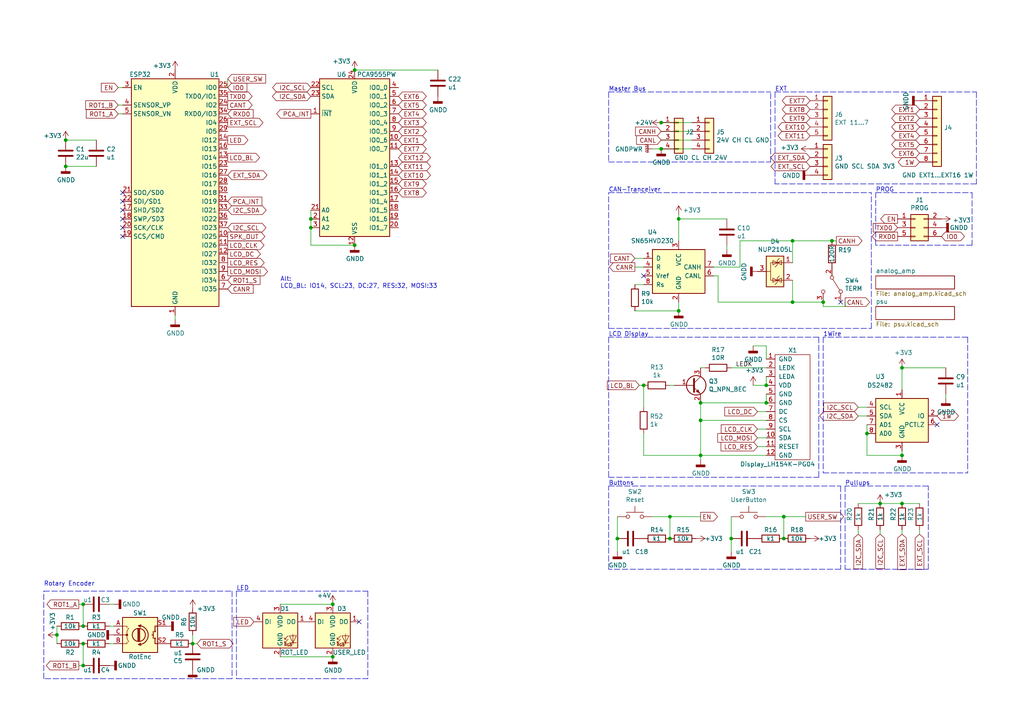
<source format=kicad_sch>
(kicad_sch (version 20211123) (generator eeschema)
  (paper "A4")
  (lib_symbols
    (symbol "Connector_Generic:Conn_01x04" (pin_names (offset 1.016) hide)
      (property "Reference" "J" (at 0 5.08 0))
      (property "Value" "Conn_01x04" (at 0 -7.62 0))
      (symbol "Conn_01x04_1_1"
        (pin passive line (at -5.08 2.54 0) (length 3.81) (name "Pin_1") (number "1"))
        (pin passive line (at -5.08 0 0) (length 3.81) (name "Pin_2") (number "2"))
        (pin passive line (at -5.08 -2.54 0) (length 3.81) (name "Pin_3") (number "3"))
        (pin passive line (at -5.08 -5.08 0) (length 3.81) (name "Pin_4") (number "4"))
      )
    )
    (symbol "Connector_Generic:Conn_01x05" (pin_names (offset 1.016) hide)
      (property "Reference" "J" (at 0 7.62 0))
      (property "Value" "Conn_01x05" (at 0 -7.62 0))
      (symbol "Conn_01x05_1_1"
        (pin passive line (at -5.08 5.08 0) (length 3.81) (name "Pin_1") (number "1"))
        (pin passive line (at -5.08 2.54 0) (length 3.81) (name "Pin_2") (number "2"))
        (pin passive line (at -5.08 0 0) (length 3.81) (name "Pin_3") (number "3"))
        (pin passive line (at -5.08 -2.54 0) (length 3.81) (name "Pin_4") (number "4"))
        (pin passive line (at -5.08 -5.08 0) (length 3.81) (name "Pin_5") (number "5"))
      )
    )
    (symbol "Connector_Generic:Conn_01x08" (pin_names (offset 1.016) hide)
      (property "Reference" "J" (at 0 10.16 0))
      (property "Value" "Conn_01x08" (at 0 -12.7 0))
      (symbol "Conn_01x08_1_1"
        (pin passive line (at -5.08 7.62 0) (length 3.81) (name "Pin_1") (number "1"))
        (pin passive line (at -5.08 5.08 0) (length 3.81) (name "Pin_2") (number "2"))
        (pin passive line (at -5.08 2.54 0) (length 3.81) (name "Pin_3") (number "3"))
        (pin passive line (at -5.08 0 0) (length 3.81) (name "Pin_4") (number "4"))
        (pin passive line (at -5.08 -2.54 0) (length 3.81) (name "Pin_5") (number "5"))
        (pin passive line (at -5.08 -5.08 0) (length 3.81) (name "Pin_6") (number "6"))
        (pin passive line (at -5.08 -7.62 0) (length 3.81) (name "Pin_7") (number "7"))
        (pin passive line (at -5.08 -10.16 0) (length 3.81) (name "Pin_8") (number "8"))
      )
    )
    (symbol "Connector_Generic:Conn_02x03_Odd_Even" (pin_names (offset 1.016) hide)
      (property "Reference" "J" (at 1.27 5.08 0))
      (property "Value" "Conn_02x03_Odd_Even" (at 1.27 -5.08 0))
      (symbol "Conn_02x03_Odd_Even_1_1"
        (pin passive line (at -5.08 2.54 0) (length 3.81) (name "Pin_1") (number "1"))
        (pin passive line (at 7.62 2.54 180) (length 3.81) (name "Pin_2") (number "2"))
        (pin passive line (at -5.08 0 0) (length 3.81) (name "Pin_3") (number "3"))
        (pin passive line (at 7.62 0 180) (length 3.81) (name "Pin_4") (number "4"))
        (pin passive line (at -5.08 -2.54 0) (length 3.81) (name "Pin_5") (number "5"))
        (pin passive line (at 7.62 -2.54 180) (length 3.81) (name "Pin_6") (number "6"))
      )
    )
    (symbol "Device:C" (pin_numbers hide) (pin_names (offset 0.254))
      (property "Reference" "C" (at 0.635 2.54 0))
      (property "Value" "C" (at 0.635 -2.54 0))
      (symbol "C_1_1"
        (pin passive line (at 0 3.81 270) (length 2.794) (name "~") (number "1"))
        (pin passive line (at 0 -3.81 90) (length 2.794) (name "~") (number "2"))
      )
    )
    (symbol "Device:Q_NPN_BEC" (pin_names (offset 0) hide)
      (property "Reference" "Q" (at 5.08 1.27 0))
      (property "Value" "Q_NPN_BEC" (at 5.08 -1.27 0))
      (symbol "Q_NPN_BEC_1_1"
        (pin input line (at -5.08 0 0) (length 5.715) (name "B") (number "1"))
        (pin passive line (at 2.54 -5.08 90) (length 2.54) (name "E") (number "2"))
        (pin passive line (at 2.54 5.08 270) (length 2.54) (name "C") (number "3"))
      )
    )
    (symbol "Device:R" (pin_numbers hide) (pin_names (offset 0))
      (property "Reference" "R" (at 2.032 0 90))
      (property "Value" "R" (at 0 0 90))
      (symbol "R_1_1"
        (pin passive line (at 0 3.81 270) (length 1.27) (name "~") (number "1"))
        (pin passive line (at 0 -3.81 90) (length 1.27) (name "~") (number "2"))
      )
    )
    (symbol "Interface_CAN_LIN:SN65HVD230" (pin_names (offset 1.016))
      (property "Reference" "U" (at -2.54 10.16 0))
      (property "Value" "SN65HVD230" (at -2.54 7.62 0))
      (symbol "SN65HVD230_1_1"
        (pin input line (at -10.16 2.54 0) (length 2.54) (name "D") (number "1"))
        (pin power_in line (at 0 -10.16 90) (length 2.54) (name "GND") (number "2"))
        (pin power_in line (at 0 7.62 270) (length 2.54) (name "VCC") (number "3"))
        (pin output line (at -10.16 0 0) (length 2.54) (name "R") (number "4"))
        (pin output line (at -10.16 -2.54 0) (length 2.54) (name "Vref") (number "5"))
        (pin bidirectional line (at 10.16 -2.54 180) (length 2.54) (name "CANL") (number "6"))
        (pin bidirectional line (at 10.16 0 180) (length 2.54) (name "CANH") (number "7"))
        (pin input line (at -10.16 -5.08 0) (length 2.54) (name "Rs") (number "8"))
      )
    )
    (symbol "Interface_Expansion:PCA9555PW"
      (property "Reference" "U" (at -8.89 24.13 0))
      (property "Value" "PCA9555PW" (at 6.35 24.13 0))
      (symbol "PCA9555PW_1_1"
        (pin open_collector line (at -12.7 12.7 0) (length 2.54) (name "~{INT}") (number "1"))
        (pin bidirectional line (at 12.7 5.08 180) (length 2.54) (name "IO0_6") (number "10"))
        (pin bidirectional line (at 12.7 2.54 180) (length 2.54) (name "IO0_7") (number "11"))
        (pin power_in line (at 0 -25.4 90) (length 2.54) (name "VSS") (number "12"))
        (pin bidirectional line (at 12.7 -2.54 180) (length 2.54) (name "IO1_0") (number "13"))
        (pin bidirectional line (at 12.7 -5.08 180) (length 2.54) (name "IO1_1") (number "14"))
        (pin bidirectional line (at 12.7 -7.62 180) (length 2.54) (name "IO1_2") (number "15"))
        (pin bidirectional line (at 12.7 -10.16 180) (length 2.54) (name "IO1_3") (number "16"))
        (pin bidirectional line (at 12.7 -12.7 180) (length 2.54) (name "IO1_4") (number "17"))
        (pin bidirectional line (at 12.7 -15.24 180) (length 2.54) (name "IO1_5") (number "18"))
        (pin bidirectional line (at 12.7 -17.78 180) (length 2.54) (name "IO1_6") (number "19"))
        (pin input line (at -12.7 -17.78 0) (length 2.54) (name "A1") (number "2"))
        (pin bidirectional line (at 12.7 -20.32 180) (length 2.54) (name "IO1_7") (number "20"))
        (pin input line (at -12.7 -15.24 0) (length 2.54) (name "A0") (number "21"))
        (pin input line (at -12.7 20.32 0) (length 2.54) (name "SCL") (number "22"))
        (pin bidirectional line (at -12.7 17.78 0) (length 2.54) (name "SDA") (number "23"))
        (pin power_in line (at 0 25.4 270) (length 2.54) (name "VDD") (number "24"))
        (pin input line (at -12.7 -20.32 0) (length 2.54) (name "A2") (number "3"))
        (pin bidirectional line (at 12.7 20.32 180) (length 2.54) (name "IO0_0") (number "4"))
        (pin bidirectional line (at 12.7 17.78 180) (length 2.54) (name "IO0_1") (number "5"))
        (pin bidirectional line (at 12.7 15.24 180) (length 2.54) (name "IO0_2") (number "6"))
        (pin bidirectional line (at 12.7 12.7 180) (length 2.54) (name "IO0_3") (number "7"))
        (pin bidirectional line (at 12.7 10.16 180) (length 2.54) (name "IO0_4") (number "8"))
        (pin bidirectional line (at 12.7 7.62 180) (length 2.54) (name "IO0_5") (number "9"))
      )
    )
    (symbol "LED:APA-106-F5"
      (property "Reference" "D" (at 5.08 5.715 0))
      (property "Value" "APA-106-F5" (at 1.27 -5.715 0))
      (symbol "APA-106-F5_0_0"
        (text "RGB" (at 2.286 -4.191 0) (effects (font (size 0.762 0.762))))
      )
      (symbol "APA-106-F5_1_1"
        (pin output line (at 7.62 2.54 180) (length 2.54) (name "DO") (number "1"))
        (pin power_in line (at 0 -7.62 90) (length 2.54) (name "GND") (number "2"))
        (pin power_in line (at 0 7.62 270) (length 2.54) (name "VDD") (number "3"))
        (pin input line (at -7.62 2.54 0) (length 2.54) (name "DI") (number "4"))
      )
    )
    (symbol "Power_Protection:NUP2105L" (pin_names hide)
      (property "Reference" "D" (at 5.715 2.54 0))
      (property "Value" "NUP2105L" (at 5.715 0.635 0))
      (symbol "NUP2105L_0_0"
        (pin passive line (at 0 -5.08 90) (length 2.54) (name "A") (number "3"))
      )
      (symbol "NUP2105L_1_1"
        (pin passive line (at -2.54 5.08 270) (length 2.54) (name "K") (number "1"))
        (pin passive line (at 2.54 5.08 270) (length 2.54) (name "K") (number "2"))
      )
    )
    (symbol "RF_Module:ESP32-WROOM-32D"
      (property "Reference" "U" (at -12.7 34.29 0))
      (property "Value" "ESP32-WROOM-32D" (at 1.27 34.29 0))
      (symbol "ESP32-WROOM-32D_1_1"
        (pin power_in line (at 0 -35.56 90) (length 2.54) (name "GND") (number "1"))
        (pin bidirectional line (at 15.24 -12.7 180) (length 2.54) (name "IO25") (number "10"))
        (pin bidirectional line (at 15.24 -15.24 180) (length 2.54) (name "IO26") (number "11"))
        (pin bidirectional line (at 15.24 -17.78 180) (length 2.54) (name "IO27") (number "12"))
        (pin bidirectional line (at 15.24 10.16 180) (length 2.54) (name "IO14") (number "13"))
        (pin bidirectional line (at 15.24 15.24 180) (length 2.54) (name "IO12") (number "14"))
        (pin passive line (at 0 -35.56 90) (length 2.54) hide (name "GND") (number "15"))
        (pin bidirectional line (at 15.24 12.7 180) (length 2.54) (name "IO13") (number "16"))
        (pin bidirectional line (at -15.24 -5.08 0) (length 2.54) (name "SHD/SD2") (number "17"))
        (pin bidirectional line (at -15.24 -7.62 0) (length 2.54) (name "SWP/SD3") (number "18"))
        (pin bidirectional line (at -15.24 -12.7 0) (length 2.54) (name "SCS/CMD") (number "19"))
        (pin power_in line (at 0 35.56 270) (length 2.54) (name "VDD") (number "2"))
        (pin bidirectional line (at -15.24 -10.16 0) (length 2.54) (name "SCK/CLK") (number "20"))
        (pin bidirectional line (at -15.24 0 0) (length 2.54) (name "SDO/SD0") (number "21"))
        (pin bidirectional line (at -15.24 -2.54 0) (length 2.54) (name "SDI/SD1") (number "22"))
        (pin bidirectional line (at 15.24 7.62 180) (length 2.54) (name "IO15") (number "23"))
        (pin bidirectional line (at 15.24 25.4 180) (length 2.54) (name "IO2") (number "24"))
        (pin bidirectional line (at 15.24 30.48 180) (length 2.54) (name "IO0") (number "25"))
        (pin bidirectional line (at 15.24 20.32 180) (length 2.54) (name "IO4") (number "26"))
        (pin bidirectional line (at 15.24 5.08 180) (length 2.54) (name "IO16") (number "27"))
        (pin bidirectional line (at 15.24 2.54 180) (length 2.54) (name "IO17") (number "28"))
        (pin bidirectional line (at 15.24 17.78 180) (length 2.54) (name "IO5") (number "29"))
        (pin input line (at -15.24 30.48 0) (length 2.54) (name "EN") (number "3"))
        (pin bidirectional line (at 15.24 0 180) (length 2.54) (name "IO18") (number "30"))
        (pin bidirectional line (at 15.24 -2.54 180) (length 2.54) (name "IO19") (number "31"))
        (pin no_connect line (at -12.7 -27.94 0) (length 2.54) hide (name "NC") (number "32"))
        (pin bidirectional line (at 15.24 -5.08 180) (length 2.54) (name "IO21") (number "33"))
        (pin bidirectional line (at 15.24 22.86 180) (length 2.54) (name "RXD0/IO3") (number "34"))
        (pin bidirectional line (at 15.24 27.94 180) (length 2.54) (name "TXD0/IO1") (number "35"))
        (pin bidirectional line (at 15.24 -7.62 180) (length 2.54) (name "IO22") (number "36"))
        (pin bidirectional line (at 15.24 -10.16 180) (length 2.54) (name "IO23") (number "37"))
        (pin passive line (at 0 -35.56 90) (length 2.54) hide (name "GND") (number "38"))
        (pin passive line (at 0 -35.56 90) (length 2.54) hide (name "GND") (number "39"))
        (pin input line (at -15.24 25.4 0) (length 2.54) (name "SENSOR_VP") (number "4"))
        (pin input line (at -15.24 22.86 0) (length 2.54) (name "SENSOR_VN") (number "5"))
        (pin input line (at 15.24 -25.4 180) (length 2.54) (name "IO34") (number "6"))
        (pin input line (at 15.24 -27.94 180) (length 2.54) (name "IO35") (number "7"))
        (pin bidirectional line (at 15.24 -20.32 180) (length 2.54) (name "IO32") (number "8"))
        (pin bidirectional line (at 15.24 -22.86 180) (length 2.54) (name "IO33") (number "9"))
      )
    )
    (symbol "Switch:SW_Push" (pin_numbers hide) (pin_names (offset 1.016) hide)
      (property "Reference" "SW" (at 1.27 2.54 0))
      (property "Value" "SW_Push" (at 0 -1.524 0))
      (symbol "SW_Push_0_1"
        (pin passive line (at -5.08 0 0) (length 2.54) (name "1") (number "1"))
        (pin passive line (at 5.08 0 180) (length 2.54) (name "2") (number "2"))
      )
    )
    (symbol "Switch:SW_SPDT" (pin_names (offset 0) hide)
      (property "Reference" "SW" (at 0 4.318 0))
      (property "Value" "SW_SPDT" (at 0 -5.08 0))
      (symbol "SW_SPDT_1_1"
        (pin passive line (at 5.08 2.54 180) (length 2.54) (name "A") (number "1"))
        (pin passive line (at -5.08 0 0) (length 2.54) (name "B") (number "2"))
        (pin passive line (at 5.08 -2.54 180) (length 2.54) (name "C") (number "3"))
      )
    )
    (symbol "liebler_OPTO:Display_LH154K-PG04" (pin_names (offset 1.016))
      (property "Reference" "X" (at 0 16.51 0))
      (property "Value" "Display_LH154K-PG04" (at -2.54 19.05 0))
      (symbol "Display_LH154K-PG04_1_1"
        (pin power_in line (at -7.62 13.97 0) (length 2.54) (name "GND") (number "1"))
        (pin input line (at -7.62 -8.89 0) (length 2.54) (name "SDA") (number "10"))
        (pin input line (at -7.62 -11.43 0) (length 2.54) (name "RESET") (number "11"))
        (pin power_in line (at -7.62 -13.97 0) (length 2.54) (name "GND") (number "12"))
        (pin input line (at -7.62 11.43 0) (length 2.54) (name "LEDK") (number "2"))
        (pin input line (at -7.62 8.89 0) (length 2.54) (name "LEDA") (number "3"))
        (pin power_in line (at -7.62 6.35 0) (length 2.54) (name "VDD") (number "4"))
        (pin power_in line (at -7.62 3.81 0) (length 2.54) (name "GND") (number "5"))
        (pin power_in line (at -7.62 1.27 0) (length 2.54) (name "GND") (number "6"))
        (pin input line (at -7.62 -1.27 0) (length 2.54) (name "DC") (number "7"))
        (pin input line (at -7.62 -3.81 0) (length 2.54) (name "CS") (number "8"))
        (pin input line (at -7.62 -6.35 0) (length 2.54) (name "SCL") (number "9"))
      )
    )
    (symbol "power:+24V" (power) (pin_names (offset 0))
      (property "Value" "+24V" (at 0 3.556 0))
      (symbol "+24V_1_1"
        (pin power_in line (at 0 0 90) (length 0) hide (name "+24V") (number "1"))
      )
    )
    (symbol "power:+3V3" (power) (pin_names (offset 0))
      (property "Value" "+3V3" (at 0 3.556 0))
      (symbol "+3V3_1_1"
        (pin power_in line (at 0 0 90) (length 0) hide (name "+3V3") (number "1"))
      )
    )
    (symbol "power:+4V" (power) (pin_names (offset 0))
      (property "Value" "+4V" (at 0 3.556 0))
      (symbol "+4V_1_1"
        (pin power_in line (at 0 0 90) (length 0) hide (name "+4V") (number "1"))
      )
    )
    (symbol "power:GNDD" (power) (pin_names (offset 0))
      (property "Value" "GNDD" (at 0 -3.175 0))
      (symbol "GNDD_1_1"
        (pin power_in line (at 0 0 270) (length 0) hide (name "GNDD") (number "1"))
      )
    )
    (symbol "power:GNDPWR" (power) (pin_names (offset 0))
      (property "Value" "GNDPWR" (at 0 -3.302 0))
      (symbol "GNDPWR_1_1"
        (pin power_in line (at 0 0 270) (length 0) hide (name "GNDPWR") (number "1"))
      )
    )
    (symbol "sensactUp2-rescue:DS2482-whs" (pin_names (offset 1.016))
      (property "Reference" "U" (at -2.54 10.16 0))
      (property "Value" "DS2482-whs" (at -2.54 7.62 0))
      (symbol "DS2482-whs_1_1"
        (pin power_in line (at 0 7.62 270) (length 2.54) (name "VCC") (number "1"))
        (pin bidirectional line (at 10.16 0 180) (length 2.54) (name "IO") (number "2"))
        (pin power_in line (at 0 -10.16 90) (length 2.54) (name "GND") (number "3"))
        (pin bidirectional line (at -10.16 2.54 0) (length 2.54) (name "SCL") (number "4"))
        (pin bidirectional line (at -10.16 0 0) (length 2.54) (name "SDA") (number "5"))
        (pin output line (at 10.16 -2.54 180) (length 2.54) (name "PCTLZ") (number "6"))
        (pin input line (at -10.16 -2.54 0) (length 2.54) (name "AD1") (number "7"))
        (pin input line (at -10.16 -5.08 0) (length 2.54) (name "AD0") (number "8"))
      )
    )
    (symbol "sensactUp2-rescue:Rotary_Encoder_Switch-Device" (pin_names (offset 0.254) hide)
      (property "Reference" "SW" (at 0 6.604 0))
      (property "Value" "Rotary_Encoder_Switch-Device" (at 0 -6.604 0))
      (symbol "Rotary_Encoder_Switch-Device_1_1"
        (pin passive line (at -7.62 2.54 0) (length 2.54) (name "A") (number "A"))
        (pin passive line (at -7.62 -2.54 0) (length 2.54) (name "B") (number "B"))
        (pin passive line (at -7.62 0 0) (length 2.54) (name "C") (number "C"))
        (pin passive line (at 7.62 2.54 180) (length 2.54) (name "S1") (number "S1"))
        (pin passive line (at 7.62 -2.54 180) (length 2.54) (name "S2") (number "S2"))
      )
    )
  )
  (junction (at 19.05 48.26))
  (junction (at 261.62 132.08))
  (junction (at 186.69 111.76))
  (junction (at 19.05 40.64))
  (junction (at 179.07 156.21))
  (junction (at 16.51 184.15))
  (junction (at 24.13 193.04))
  (junction (at 90.17 63.5))
  (junction (at 203.2 116.84))
  (junction (at 191.77 35.56))
  (junction (at 227.33 149.86))
  (junction (at 222.25 116.84))
  (junction (at 196.85 90.17))
  (junction (at 196.85 63.5))
  (junction (at 238.76 87.63))
  (junction (at 24.13 175.26))
  (junction (at 212.09 156.21))
  (junction (at 255.27 146.05))
  (junction (at 55.88 186.69))
  (junction (at 241.3 69.85))
  (junction (at 261.62 106.68))
  (junction (at 194.31 149.86))
  (junction (at 251.46 125.73))
  (junction (at 203.2 132.08))
  (junction (at 229.87 69.85))
  (junction (at 96.52 175.26))
  (junction (at 96.52 190.5))
  (junction (at 203.2 121.92))
  (junction (at 227.33 156.21))
  (junction (at 194.31 156.21))
  (junction (at 229.87 87.63))
  (junction (at 102.87 20.32))
  (junction (at 24.13 181.61))
  (junction (at 90.17 66.04))
  (junction (at 191.77 43.18))
  (junction (at 222.25 111.76))
  (junction (at 261.62 146.05))
  (junction (at 24.13 186.69))
  (junction (at 102.87 71.12))
  (no_connect (at 35.56 66.04))
  (no_connect (at 35.56 58.42))
  (no_connect (at 271.78 123.19))
  (no_connect (at 186.69 80.01))
  (no_connect (at 35.56 63.5))
  (no_connect (at 104.14 180.34))
  (no_connect (at 35.56 60.96))
  (no_connect (at 35.56 55.88))
  (no_connect (at 35.56 68.58))
  (no_connect (at 243.84 87.63))
  (wire (pts (xy 191.77 35.56) (xy 200.66 35.56)))
  (wire (pts (xy 184.15 90.17) (xy 196.85 90.17)))
  (polyline (pts (xy 176.53 95.25) (xy 252.73 95.25)))
  (polyline (pts (xy 269.24 140.97) (xy 245.11 140.97)))
  (wire (pts (xy 229.87 69.85) (xy 229.87 76.2)))
  (polyline (pts (xy 176.53 26.67) (xy 176.53 46.99)))
  (wire (pts (xy 251.46 132.08) (xy 251.46 125.73)))
  (wire (pts (xy 222.25 104.14) (xy 222.25 100.33)))
  (polyline (pts (xy 176.53 138.43) (xy 237.49 138.43)))
  (wire (pts (xy 33.02 186.69) (xy 31.75 186.69)))
  (wire (pts (xy 238.76 88.9) (xy 238.76 87.63)))
  (wire (pts (xy 203.2 149.86) (xy 194.31 149.86)))
  (polyline (pts (xy 243.84 165.1) (xy 176.53 165.1)))
  (wire (pts (xy 191.77 43.18) (xy 200.66 43.18)))
  (wire (pts (xy 222.25 111.76) (xy 218.44 111.76)))
  (wire (pts (xy 196.85 62.23) (xy 196.85 63.5)))
  (polyline (pts (xy 68.58 196.85) (xy 106.68 196.85)))
  (polyline (pts (xy 281.94 71.12) (xy 254 71.12)))
  (wire (pts (xy 255.27 146.05) (xy 261.62 146.05)))
  (polyline (pts (xy 238.76 97.79) (xy 238.76 137.16)))
  (wire (pts (xy 16.51 186.69) (xy 16.51 184.15)))
  (wire (pts (xy 229.87 87.63) (xy 229.87 81.28)))
  (wire (pts (xy 195.58 111.76) (xy 194.31 111.76)))
  (wire (pts (xy 219.71 119.38) (xy 222.25 119.38)))
  (wire (pts (xy 222.25 132.08) (xy 203.2 132.08)))
  (polyline (pts (xy 283.21 53.34) (xy 224.79 53.34)))
  (wire (pts (xy 179.07 149.86) (xy 179.07 156.21)))
  (wire (pts (xy 214.63 77.47) (xy 214.63 69.85)))
  (polyline (pts (xy 12.7 171.45) (xy 67.31 171.45)))
  (wire (pts (xy 186.69 132.08) (xy 203.2 132.08)))
  (wire (pts (xy 261.62 106.68) (xy 274.32 106.68)))
  (wire (pts (xy 191.77 38.1) (xy 200.66 38.1)))
  (wire (pts (xy 35.56 25.4) (xy 34.29 25.4)))
  (wire (pts (xy 274.32 115.57) (xy 274.32 114.3)))
  (polyline (pts (xy 238.76 137.16) (xy 280.67 137.16)))
  (wire (pts (xy 222.25 106.68) (xy 212.09 106.68)))
  (wire (pts (xy 227.33 149.86) (xy 233.68 149.86)))
  (wire (pts (xy 248.92 118.11) (xy 251.46 118.11)))
  (polyline (pts (xy 245.11 140.97) (xy 245.11 165.1)))
  (wire (pts (xy 261.62 113.03) (xy 261.62 106.68)))
  (wire (pts (xy 191.77 40.64) (xy 200.66 40.64)))
  (wire (pts (xy 207.01 80.01) (xy 208.28 80.01)))
  (wire (pts (xy 179.07 156.21) (xy 179.07 160.02)))
  (wire (pts (xy 261.62 132.08) (xy 251.46 132.08)))
  (polyline (pts (xy 223.52 46.99) (xy 223.52 26.67)))
  (wire (pts (xy 90.17 63.5) (xy 90.17 60.96)))
  (wire (pts (xy 196.85 63.5) (xy 196.85 69.85)))
  (wire (pts (xy 203.2 133.35) (xy 203.2 132.08)))
  (wire (pts (xy 207.01 77.47) (xy 214.63 77.47)))
  (wire (pts (xy 255.27 154.94) (xy 255.27 153.67)))
  (wire (pts (xy 222.25 114.3) (xy 222.25 116.84)))
  (wire (pts (xy 27.94 40.64) (xy 19.05 40.64)))
  (polyline (pts (xy 176.53 165.1) (xy 176.53 140.97)))
  (wire (pts (xy 57.15 186.69) (xy 55.88 186.69)))
  (wire (pts (xy 219.71 129.54) (xy 222.25 129.54)))
  (wire (pts (xy 96.52 190.5) (xy 81.28 190.5)))
  (wire (pts (xy 245.11 87.63) (xy 245.11 88.9)))
  (wire (pts (xy 189.23 149.86) (xy 194.31 149.86)))
  (polyline (pts (xy 67.31 196.85) (xy 12.7 196.85)))
  (wire (pts (xy 90.17 66.04) (xy 90.17 63.5)))
  (polyline (pts (xy 176.53 95.25) (xy 176.53 55.88)))
  (polyline (pts (xy 280.67 97.79) (xy 238.76 97.79)))
  (wire (pts (xy 242.57 69.85) (xy 241.3 69.85)))
  (wire (pts (xy 196.85 87.63) (xy 196.85 90.17)))
  (wire (pts (xy 222.25 116.84) (xy 203.2 116.84)))
  (wire (pts (xy 31.75 181.61) (xy 33.02 181.61)))
  (polyline (pts (xy 243.84 140.97) (xy 243.84 165.1)))
  (polyline (pts (xy 68.58 171.45) (xy 68.58 196.85)))
  (wire (pts (xy 186.69 82.55) (xy 184.15 82.55)))
  (wire (pts (xy 55.88 184.15) (xy 55.88 186.69)))
  (wire (pts (xy 248.92 146.05) (xy 255.27 146.05)))
  (wire (pts (xy 204.47 106.68) (xy 203.2 106.68)))
  (wire (pts (xy 219.71 127) (xy 222.25 127)))
  (wire (pts (xy 212.09 149.86) (xy 212.09 156.21)))
  (wire (pts (xy 90.17 71.12) (xy 90.17 66.04)))
  (wire (pts (xy 31.75 175.26) (xy 33.02 175.26)))
  (wire (pts (xy 248.92 154.94) (xy 248.92 153.67)))
  (wire (pts (xy 185.42 111.76) (xy 186.69 111.76)))
  (wire (pts (xy 203.2 121.92) (xy 222.25 121.92)))
  (polyline (pts (xy 176.53 140.97) (xy 243.84 140.97)))
  (polyline (pts (xy 252.73 95.25) (xy 252.73 55.88)))
  (wire (pts (xy 266.7 154.94) (xy 266.7 153.67)))
  (wire (pts (xy 186.69 125.73) (xy 186.69 132.08)))
  (polyline (pts (xy 280.67 97.79) (xy 280.67 137.16)))
  (wire (pts (xy 251.46 123.19) (xy 251.46 125.73)))
  (wire (pts (xy 35.56 33.02) (xy 34.29 33.02)))
  (wire (pts (xy 261.62 146.05) (xy 266.7 146.05)))
  (polyline (pts (xy 281.94 55.88) (xy 281.94 71.12)))
  (wire (pts (xy 96.52 175.26) (xy 81.28 175.26)))
  (wire (pts (xy 222.25 111.76) (xy 222.25 109.22)))
  (polyline (pts (xy 245.11 165.1) (xy 269.24 165.1)))
  (polyline (pts (xy 176.53 26.67) (xy 223.52 26.67)))
  (wire (pts (xy 219.71 124.46) (xy 222.25 124.46)))
  (wire (pts (xy 16.51 184.15) (xy 16.51 181.61)))
  (polyline (pts (xy 224.79 26.67) (xy 283.21 26.67)))
  (polyline (pts (xy 106.68 171.45) (xy 106.68 196.85)))
  (wire (pts (xy 208.28 87.63) (xy 229.87 87.63)))
  (wire (pts (xy 212.09 156.21) (xy 212.09 160.02)))
  (polyline (pts (xy 68.58 171.45) (xy 106.68 171.45)))
  (polyline (pts (xy 283.21 26.67) (xy 283.21 53.34)))
  (polyline (pts (xy 176.53 55.88) (xy 252.73 55.88)))
  (wire (pts (xy 127 20.32) (xy 102.87 20.32)))
  (wire (pts (xy 238.76 87.63) (xy 229.87 87.63)))
  (wire (pts (xy 227.33 149.86) (xy 227.33 156.21)))
  (polyline (pts (xy 254 55.88) (xy 281.94 55.88)))
  (wire (pts (xy 261.62 154.94) (xy 261.62 153.67)))
  (wire (pts (xy 24.13 186.69) (xy 24.13 193.04)))
  (wire (pts (xy 245.11 88.9) (xy 238.76 88.9)))
  (wire (pts (xy 186.69 77.47) (xy 184.15 77.47)))
  (wire (pts (xy 241.3 69.85) (xy 229.87 69.85)))
  (wire (pts (xy 203.2 132.08) (xy 203.2 121.92)))
  (wire (pts (xy 22.86 193.04) (xy 24.13 193.04)))
  (polyline (pts (xy 176.53 97.79) (xy 176.53 138.43)))
  (polyline (pts (xy 12.7 196.85) (xy 12.7 171.45)))
  (wire (pts (xy 222.25 149.86) (xy 227.33 149.86)))
  (wire (pts (xy 102.87 71.12) (xy 90.17 71.12)))
  (wire (pts (xy 50.8 92.71) (xy 50.8 91.44)))
  (wire (pts (xy 35.56 30.48) (xy 34.29 30.48)))
  (wire (pts (xy 210.82 63.5) (xy 196.85 63.5)))
  (wire (pts (xy 66.04 22.86) (xy 66.04 25.4)))
  (wire (pts (xy 261.62 130.81) (xy 261.62 132.08)))
  (wire (pts (xy 208.28 80.01) (xy 208.28 87.63)))
  (wire (pts (xy 24.13 181.61) (xy 24.13 175.26)))
  (polyline (pts (xy 67.31 171.45) (xy 67.31 196.85)))
  (wire (pts (xy 27.94 48.26) (xy 19.05 48.26)))
  (polyline (pts (xy 237.49 97.79) (xy 237.49 138.43)))
  (wire (pts (xy 194.31 149.86) (xy 194.31 156.21)))
  (wire (pts (xy 189.23 43.18) (xy 191.77 43.18)))
  (polyline (pts (xy 254 71.12) (xy 254 55.88)))
  (wire (pts (xy 214.63 69.85) (xy 229.87 69.85)))
  (polyline (pts (xy 176.53 46.99) (xy 223.52 46.99)))
  (wire (pts (xy 222.25 100.33) (xy 218.44 100.33)))
  (wire (pts (xy 210.82 72.39) (xy 210.82 71.12)))
  (wire (pts (xy 248.92 120.65) (xy 251.46 120.65)))
  (polyline (pts (xy 224.79 26.67) (xy 224.79 53.34)))
  (wire (pts (xy 186.69 111.76) (xy 186.69 118.11)))
  (wire (pts (xy 203.2 121.92) (xy 203.2 116.84)))
  (polyline (pts (xy 269.24 165.1) (xy 269.24 140.97)))
  (polyline (pts (xy 237.49 97.79) (xy 176.53 97.79)))
  (wire (pts (xy 186.69 74.93) (xy 184.15 74.93)))
  (wire (pts (xy 24.13 175.26) (xy 22.86 175.26)))
  (text "Rotary Encoder" (at 12.7 170.18 0) (effects (font (size 1.27 1.27)) (justify left bottom)))
  (text "1Wire" (at 238.76 97.79 0) (effects (font (size 1.27 1.27)) (justify left bottom)))
  (text "CAN-Tranceiver" (at 176.53 55.88 0) (effects (font (size 1.27 1.27)) (justify left bottom)))
  (text "Master Bus" (at 176.53 26.67 0) (effects (font (size 1.27 1.27)) (justify left bottom)))
  (text "EXT" (at 224.79 26.67 0) (effects (font (size 1.27 1.27)) (justify left bottom)))
  (text "PROG" (at 254 55.88 0) (effects (font (size 1.27 1.27)) (justify left bottom)))
  (text "LED" (at 68.58 171.45 0) (effects (font (size 1.27 1.27)) (justify left bottom)))
  (text "Alt:\nLCD_BL: IO14, SCL:23, DC:27, RES:32, MOSI:33" (at 81.28 83.82 0) (effects (font (size 1.27 1.27)) (justify left bottom)))
  (text "LCD Display" (at 176.53 97.79 0) (effects (font (size 1.27 1.27)) (justify left bottom)))
  (text "Pullups" (at 245.11 140.97 0) (effects (font (size 1.27 1.27)) (justify left bottom)))
  (text "Buttons" (at 176.53 140.97 0) (effects (font (size 1.27 1.27)) (justify left bottom)))
  (label "LEDK" (at 213.36 106.68 0))
  (global_label "USER_SW" (shape input) (at 66.04 22.86 0) (property "Intersheet References" "${INTERSHEET_REFS}" (effects hide)))
  (global_label "EXT4" (shape bidirectional) (at 115.57 33.02 0) (property "Intersheet References" "${INTERSHEET_REFS}" (effects hide)))
  (global_label "EXT10" (shape bidirectional) (at 115.57 50.8 0) (property "Intersheet References" "${INTERSHEET_REFS}" (effects hide)))
  (global_label "PCA_INT" (shape output) (at 90.17 33.02 180) (property "Intersheet References" "${INTERSHEET_REFS}" (effects hide)))
  (global_label "EN" (shape output) (at 260.35 63.5 180) (property "Intersheet References" "${INTERSHEET_REFS}" (effects hide)))
  (global_label "EXT7" (shape bidirectional) (at 115.57 43.18 0) (property "Intersheet References" "${INTERSHEET_REFS}" (effects hide)))
  (global_label "EN" (shape input) (at 34.29 25.4 180) (property "Intersheet References" "${INTERSHEET_REFS}" (effects hide)))
  (global_label "EXT6" (shape bidirectional) (at 266.7 44.45 180) (property "Intersheet References" "${INTERSHEET_REFS}" (effects hide)))
  (global_label "EXT_SCL" (shape bidirectional) (at 234.95 48.26 180) (property "Intersheet References" "${INTERSHEET_REFS}" (effects hide)))
  (global_label "EXT2" (shape bidirectional) (at 266.7 34.29 180) (property "Intersheet References" "${INTERSHEET_REFS}" (effects hide)))
  (global_label "EXT7" (shape bidirectional) (at 234.95 29.21 180) (property "Intersheet References" "${INTERSHEET_REFS}" (effects hide)))
  (global_label "LCD_DC" (shape input) (at 219.71 119.38 180) (property "Intersheet References" "${INTERSHEET_REFS}" (effects hide)))
  (global_label "EXT1" (shape bidirectional) (at 266.7 31.75 180) (property "Intersheet References" "${INTERSHEET_REFS}" (effects hide)))
  (global_label "EXT10" (shape bidirectional) (at 234.95 36.83 180) (property "Intersheet References" "${INTERSHEET_REFS}" (effects hide)))
  (global_label "I2C_SDA" (shape bidirectional) (at 248.92 120.65 180) (property "Intersheet References" "${INTERSHEET_REFS}" (effects hide)))
  (global_label "LCD_DC" (shape output) (at 66.04 73.66 0) (property "Intersheet References" "${INTERSHEET_REFS}" (effects hide)))
  (global_label "EXT3" (shape bidirectional) (at 266.7 36.83 180) (property "Intersheet References" "${INTERSHEET_REFS}" (effects hide)))
  (global_label "1W" (shape bidirectional) (at 271.78 120.65 0) (property "Intersheet References" "${INTERSHEET_REFS}" (effects hide)))
  (global_label "CANT" (shape output) (at 66.04 30.48 0) (property "Intersheet References" "${INTERSHEET_REFS}" (effects hide)))
  (global_label "LCD_RES" (shape output) (at 66.04 76.2 0) (property "Intersheet References" "${INTERSHEET_REFS}" (effects hide)))
  (global_label "I2C_SDA" (shape bidirectional) (at 66.04 60.96 0) (property "Intersheet References" "${INTERSHEET_REFS}" (effects hide)))
  (global_label "EXT2" (shape bidirectional) (at 115.57 38.1 0) (property "Intersheet References" "${INTERSHEET_REFS}" (effects hide)))
  (global_label "LED" (shape input) (at 73.66 180.34 180) (property "Intersheet References" "${INTERSHEET_REFS}" (effects hide)))
  (global_label "ROT1_B" (shape input) (at 34.29 30.48 180) (property "Intersheet References" "${INTERSHEET_REFS}" (effects hide)))
  (global_label "EXT11" (shape bidirectional) (at 115.57 48.26 0) (property "Intersheet References" "${INTERSHEET_REFS}" (effects hide)))
  (global_label "I2C_SCL" (shape bidirectional) (at 90.17 25.4 180) (property "Intersheet References" "${INTERSHEET_REFS}" (effects hide)))
  (global_label "EXT11" (shape bidirectional) (at 234.95 39.37 180) (property "Intersheet References" "${INTERSHEET_REFS}" (effects hide)))
  (global_label "EXT3" (shape bidirectional) (at 115.57 35.56 0) (property "Intersheet References" "${INTERSHEET_REFS}" (effects hide)))
  (global_label "LCD_CLK" (shape input) (at 219.71 124.46 180) (property "Intersheet References" "${INTERSHEET_REFS}" (effects hide)))
  (global_label "CANR" (shape input) (at 66.04 83.82 0) (property "Intersheet References" "${INTERSHEET_REFS}" (effects hide)))
  (global_label "LCD_RES" (shape input) (at 219.71 129.54 180) (property "Intersheet References" "${INTERSHEET_REFS}" (effects hide)))
  (global_label "CANR" (shape output) (at 184.15 77.47 180) (property "Intersheet References" "${INTERSHEET_REFS}" (effects hide)))
  (global_label "EXT_SDA" (shape input) (at 261.62 154.94 270) (property "Intersheet References" "${INTERSHEET_REFS}" (effects hide)))
  (global_label "EXT_SDA" (shape bidirectional) (at 234.95 45.72 180) (property "Intersheet References" "${INTERSHEET_REFS}" (effects hide)))
  (global_label "CANH" (shape output) (at 242.57 69.85 0) (property "Intersheet References" "${INTERSHEET_REFS}" (effects hide)))
  (global_label "ROT1_A" (shape input) (at 34.29 33.02 180) (property "Intersheet References" "${INTERSHEET_REFS}" (effects hide)))
  (global_label "LCD_CLK" (shape output) (at 66.04 71.12 0) (property "Intersheet References" "${INTERSHEET_REFS}" (effects hide)))
  (global_label "LCD_MOSI" (shape output) (at 66.04 78.74 0) (property "Intersheet References" "${INTERSHEET_REFS}" (effects hide)))
  (global_label "1W" (shape bidirectional) (at 266.7 46.99 180) (property "Intersheet References" "${INTERSHEET_REFS}" (effects hide)))
  (global_label "LED" (shape output) (at 66.04 40.64 0) (property "Intersheet References" "${INTERSHEET_REFS}" (effects hide)))
  (global_label "CANL" (shape output) (at 245.11 87.63 0) (property "Intersheet References" "${INTERSHEET_REFS}" (effects hide)))
  (global_label "CANH" (shape input) (at 191.77 38.1 180) (property "Intersheet References" "${INTERSHEET_REFS}" (effects hide)))
  (global_label "LCD_BL" (shape output) (at 66.04 45.72 0) (property "Intersheet References" "${INTERSHEET_REFS}" (effects hide)))
  (global_label "LCD_MOSI" (shape input) (at 219.71 127 180) (property "Intersheet References" "${INTERSHEET_REFS}" (effects hide)))
  (global_label "EXT5" (shape bidirectional) (at 266.7 41.91 180) (property "Intersheet References" "${INTERSHEET_REFS}" (effects hide)))
  (global_label "EXT12" (shape bidirectional) (at 115.57 45.72 0) (property "Intersheet References" "${INTERSHEET_REFS}" (effects hide)))
  (global_label "EXT6" (shape bidirectional) (at 115.57 27.94 0) (property "Intersheet References" "${INTERSHEET_REFS}" (effects hide)))
  (global_label "ROT1_A" (shape output) (at 22.86 175.26 180) (property "Intersheet References" "${INTERSHEET_REFS}" (effects hide)))
  (global_label "EXT_SCL" (shape input) (at 266.7 154.94 270) (property "Intersheet References" "${INTERSHEET_REFS}" (effects hide)))
  (global_label "I2C_SDA" (shape input) (at 248.92 154.94 270) (property "Intersheet References" "${INTERSHEET_REFS}" (effects hide)))
  (global_label "SPK_OUT" (shape output) (at 66.04 68.58 0) (property "Intersheet References" "${INTERSHEET_REFS}" (effects hide)))
  (global_label "ROT1_S" (shape bidirectional) (at 57.15 186.69 0) (property "Intersheet References" "${INTERSHEET_REFS}" (effects hide)))
  (global_label "EXT1" (shape bidirectional) (at 115.57 40.64 0) (property "Intersheet References" "${INTERSHEET_REFS}" (effects hide)))
  (global_label "EXT_SCL" (shape output) (at 66.04 35.56 0) (property "Intersheet References" "${INTERSHEET_REFS}" (effects hide)))
  (global_label "CANT" (shape input) (at 184.15 74.93 180) (property "Intersheet References" "${INTERSHEET_REFS}" (effects hide)))
  (global_label "EN" (shape output) (at 203.2 149.86 0) (property "Intersheet References" "${INTERSHEET_REFS}" (effects hide)))
  (global_label "CANL" (shape input) (at 191.77 40.64 180) (property "Intersheet References" "${INTERSHEET_REFS}" (effects hide)))
  (global_label "EXT_SDA" (shape bidirectional) (at 66.04 50.8 0) (property "Intersheet References" "${INTERSHEET_REFS}" (effects hide)))
  (global_label "TXD0" (shape output) (at 66.04 27.94 0) (property "Intersheet References" "${INTERSHEET_REFS}" (effects hide)))
  (global_label "I2C_SCL" (shape input) (at 255.27 154.94 270) (property "Intersheet References" "${INTERSHEET_REFS}" (effects hide)))
  (global_label "EXT8" (shape bidirectional) (at 115.57 55.88 0) (property "Intersheet References" "${INTERSHEET_REFS}" (effects hide)))
  (global_label "EXT9" (shape bidirectional) (at 115.57 53.34 0) (property "Intersheet References" "${INTERSHEET_REFS}" (effects hide)))
  (global_label "EXT4" (shape bidirectional) (at 266.7 39.37 180) (property "Intersheet References" "${INTERSHEET_REFS}" (effects hide)))
  (global_label "ROT1_S" (shape input) (at 66.04 81.28 0) (property "Intersheet References" "${INTERSHEET_REFS}" (effects hide)))
  (global_label "IO0" (shape input) (at 66.04 25.4 0) (property "Intersheet References" "${INTERSHEET_REFS}" (effects hide)))
  (global_label "TXD0" (shape input) (at 260.35 66.04 180) (property "Intersheet References" "${INTERSHEET_REFS}" (effects hide)))
  (global_label "I2C_SDA" (shape bidirectional) (at 90.17 27.94 180) (property "Intersheet References" "${INTERSHEET_REFS}" (effects hide)))
  (global_label "RXD0" (shape input) (at 66.04 33.02 0) (property "Intersheet References" "${INTERSHEET_REFS}" (effects hide)))
  (global_label "LCD_BL" (shape input) (at 185.42 111.76 180) (property "Intersheet References" "${INTERSHEET_REFS}" (effects hide)))
  (global_label "PCA_INT" (shape input) (at 66.04 58.42 0) (property "Intersheet References" "${INTERSHEET_REFS}" (effects hide)))
  (global_label "I2C_SCL" (shape bidirectional) (at 66.04 66.04 0) (property "Intersheet References" "${INTERSHEET_REFS}" (effects hide)))
  (global_label "I2C_SCL" (shape input) (at 248.92 118.11 180) (property "Intersheet References" "${INTERSHEET_REFS}" (effects hide)))
  (global_label "USER_SW" (shape output) (at 233.68 149.86 0) (property "Intersheet References" "${INTERSHEET_REFS}" (effects hide)))
  (global_label "IO0" (shape bidirectional) (at 273.05 68.58 0) (property "Intersheet References" "${INTERSHEET_REFS}" (effects hide)))
  (global_label "EXT8" (shape bidirectional) (at 234.95 31.75 180) (property "Intersheet References" "${INTERSHEET_REFS}" (effects hide)))
  (global_label "EXT9" (shape bidirectional) (at 234.95 34.29 180) (property "Intersheet References" "${INTERSHEET_REFS}" (effects hide)))
  (global_label "EXT5" (shape bidirectional) (at 115.57 30.48 0) (property "Intersheet References" "${INTERSHEET_REFS}" (effects hide)))
  (global_label "RXD0" (shape output) (at 260.35 68.58 180) (property "Intersheet References" "${INTERSHEET_REFS}" (effects hide)))
  (global_label "ROT1_B" (shape output) (at 22.86 193.04 180) (property "Intersheet References" "${INTERSHEET_REFS}" (effects hide)))
  (symbol (lib_id "RF_Module:ESP32-WROOM-32D") (at 50.8 55.88 0) (unit 1)
    (property "Reference" "U1" (at 62.23 21.59 0))
    (property "Value" "ESP32" (at 40.64 21.59 0))
    (property "Footprint" "liebler_MODULES:ESP32-WROOM-32_HANDSOLDER" (effects hide))
    (property "Datasheet" "https://www.espressif.com/sites/default/files/documentation/esp32-wroom-32d_esp32-wroom-32u_datasheet_en.pdf" (effects hide))
  )
  (symbol (lib_id "Interface_CAN_LIN:SN65HVD230") (at 196.85 77.47 0) (unit 1)
    (property "Reference" "U4" (at 189.23 67.31 0))
    (property "Value" "SN65HVD230" (at 189.23 69.85 0))
    (property "Footprint" "sensact:SOIC-8_3.9x4.9mm_Pitch1.27mm_handsolder" (effects hide))
    (property "Datasheet" "http://www.ti.com/lit/ds/symlink/sn65hvd230.pdf" (effects hide))
  )
  (symbol (lib_id "power:GNDD") (at 196.85 90.17 0) (unit 1)
    (property "Reference" "#PWR022" (effects hide))
    (property "Value" "GNDD" (at 196.9516 94.107 0))
  )
  (symbol (lib_id "power:+3V3") (at 196.85 62.23 0) (unit 1)
    (property "Reference" "#PWR021" (effects hide))
    (property "Value" "+3V3" (at 200.66 60.96 0))
  )
  (symbol (lib_id "Device:C") (at 210.82 67.31 0) (unit 1)
    (property "Reference" "C10" (at 213.741 66.1416 0) (effects (justify left)))
    (property "Value" "u1" (at 213.741 68.453 0) (effects (justify left)))
    (property "Footprint" "Capacitor_SMD:C_0805_2012Metric_Pad1.18x1.45mm_HandSolder" (effects hide))
  )
  (symbol (lib_id "power:GNDD") (at 210.82 72.39 0) (unit 1)
    (property "Reference" "#PWR025" (effects hide))
    (property "Value" "GNDD" (at 210.9216 76.327 0))
  )
  (symbol (lib_id "Device:R") (at 184.15 86.36 0) (unit 1)
    (property "Reference" "R9" (at 185.928 85.1916 0) (effects (justify left)))
    (property "Value" "10k" (at 185.928 87.503 0) (effects (justify left)))
    (property "Footprint" "Resistor_SMD:R_0805_2012Metric_Pad1.20x1.40mm_HandSolder" (effects hide))
  )
  (symbol (lib_id "sensactUp2-rescue:Rotary_Encoder_Switch-Device") (at 40.64 184.15 0) (unit 1)
    (property "Reference" "SW1" (at 40.64 177.8 0))
    (property "Value" "RotEnc" (at 40.64 190.5 0))
    (property "Footprint" "smopla:RotaryEncoder_Alps_EC11E-Switch_Vertical_H20mm" (effects hide))
  )
  (symbol (lib_id "sensactUp2-rescue:DS2482-whs") (at 261.62 120.65 0) (unit 1)
    (property "Reference" "U3" (at 255.27 109.22 0))
    (property "Value" "DS2482" (at 255.27 111.76 0))
    (property "Footprint" "sensact:SOIC-8_3.9x4.9mm_Pitch1.27mm_handsolder" (effects hide))
  )
  (symbol (lib_id "power:GNDD") (at 50.8 92.71 0) (unit 1)
    (property "Reference" "#PWR08" (effects hide))
    (property "Value" "GNDD" (at 50.9016 96.647 0))
  )
  (symbol (lib_id "power:+3V3") (at 50.8 20.32 0) (unit 1)
    (property "Reference" "#PWR07" (effects hide))
    (property "Value" "+3V3" (at 46.99 19.05 0))
  )
  (symbol (lib_id "Device:Q_NPN_BEC") (at 200.66 111.76 0) (unit 1)
    (property "Reference" "Q3" (at 205.5114 110.5916 0) (effects (justify left)))
    (property "Value" "Q_NPN_BEC" (at 205.5114 112.903 0) (effects (justify left)))
    (property "Footprint" "Package_TO_SOT_SMD:SOT-23_Handsoldering" (effects hide))
  )
  (symbol (lib_id "power:+3V3") (at 218.44 111.76 0) (unit 1)
    (property "Reference" "#PWR037" (effects hide))
    (property "Value" "+3V3" (at 218.821 107.3658 0))
  )
  (symbol (lib_id "Device:R") (at 208.28 106.68 270) (unit 1)
    (property "Reference" "R17" (at 208.28 101.4222 90))
    (property "Value" "10R" (at 208.28 103.7336 90))
    (property "Footprint" "Resistor_SMD:R_0805_2012Metric_Pad1.20x1.40mm_HandSolder" (effects hide))
  )
  (symbol (lib_id "power:GNDD") (at 203.2 133.35 0) (unit 1)
    (property "Reference" "#PWR035" (effects hide))
    (property "Value" "GNDD" (at 203.3016 137.287 0))
  )
  (symbol (lib_id "Device:R") (at 190.5 111.76 270) (unit 1)
    (property "Reference" "R13" (at 190.5 106.5022 90))
    (property "Value" "1k" (at 190.5 108.8136 90))
    (property "Footprint" "Resistor_SMD:R_0805_2012Metric_Pad1.20x1.40mm_HandSolder" (effects hide))
  )
  (symbol (lib_id "power:GNDD") (at 218.44 100.33 0) (unit 1)
    (property "Reference" "#PWR036" (effects hide))
    (property "Value" "GNDD" (at 218.5416 104.267 0))
  )
  (symbol (lib_id "power:GNDD") (at 261.62 132.08 0) (unit 1)
    (property "Reference" "#PWR013" (effects hide))
    (property "Value" "GNDD" (at 261.7216 136.017 0))
  )
  (symbol (lib_id "Device:C") (at 274.32 110.49 0) (unit 1)
    (property "Reference" "C9" (at 277.241 109.3216 0) (effects (justify left)))
    (property "Value" "u1" (at 277.241 111.633 0) (effects (justify left)))
    (property "Footprint" "Capacitor_SMD:C_0805_2012Metric_Pad1.18x1.45mm_HandSolder" (effects hide))
  )
  (symbol (lib_id "power:GNDD") (at 274.32 115.57 0) (unit 1)
    (property "Reference" "#PWR015" (effects hide))
    (property "Value" "GNDD" (at 274.4216 119.507 0))
  )
  (symbol (lib_id "Device:R") (at 248.92 149.86 0) (unit 1)
    (property "Reference" "R20" (at 246.38 151.13 90) (effects (justify left)))
    (property "Value" "1k" (at 248.92 151.13 90) (effects (justify left)))
    (property "Footprint" "Resistor_SMD:R_0805_2012Metric_Pad1.20x1.40mm_HandSolder" (effects hide))
  )
  (symbol (lib_id "Device:R") (at 255.27 149.86 0) (unit 1)
    (property "Reference" "R21" (at 252.73 151.13 90) (effects (justify left)))
    (property "Value" "1k" (at 255.27 151.13 90) (effects (justify left)))
    (property "Footprint" "Resistor_SMD:R_0805_2012Metric_Pad1.20x1.40mm_HandSolder" (effects hide))
  )
  (symbol (lib_id "power:+3V3") (at 255.27 146.05 0) (unit 1)
    (property "Reference" "#PWR038" (effects hide))
    (property "Value" "+3V3" (at 259.08 143.51 0))
  )
  (symbol (lib_id "Device:R") (at 27.94 186.69 270) (unit 1)
    (property "Reference" "R4" (at 27.94 189.23 90))
    (property "Value" "k1" (at 27.94 186.69 90))
    (property "Footprint" "Resistor_SMD:R_0805_2012Metric_Pad1.20x1.40mm_HandSolder" (effects hide))
  )
  (symbol (lib_id "Device:R") (at 27.94 181.61 270) (unit 1)
    (property "Reference" "R3" (at 27.94 179.07 90))
    (property "Value" "k1" (at 27.94 181.61 90))
    (property "Footprint" "Resistor_SMD:R_0805_2012Metric_Pad1.20x1.40mm_HandSolder" (effects hide))
  )
  (symbol (lib_id "Device:R") (at 20.32 181.61 270) (unit 1)
    (property "Reference" "R1" (at 20.32 179.07 90))
    (property "Value" "10k" (at 20.32 181.61 90))
    (property "Footprint" "Resistor_SMD:R_0805_2012Metric_Pad1.20x1.40mm_HandSolder" (effects hide))
  )
  (symbol (lib_id "Device:R") (at 20.32 186.69 270) (unit 1)
    (property "Reference" "R2" (at 20.32 189.23 90))
    (property "Value" "10k" (at 20.32 186.69 90))
    (property "Footprint" "Resistor_SMD:R_0805_2012Metric_Pad1.20x1.40mm_HandSolder" (effects hide))
  )
  (symbol (lib_id "Device:R") (at 52.07 186.69 270) (unit 1)
    (property "Reference" "R5" (at 52.07 184.15 90))
    (property "Value" "k1" (at 52.07 186.69 90))
    (property "Footprint" "Resistor_SMD:R_0805_2012Metric_Pad1.20x1.40mm_HandSolder" (effects hide))
  )
  (symbol (lib_id "Device:R") (at 55.88 180.34 0) (unit 1)
    (property "Reference" "R6" (at 53.34 180.34 90))
    (property "Value" "10k" (at 55.88 180.34 90))
    (property "Footprint" "Resistor_SMD:R_0805_2012Metric_Pad1.20x1.40mm_HandSolder" (effects hide))
  )
  (symbol (lib_id "Device:C") (at 27.94 193.04 270) (unit 1)
    (property "Reference" "C4" (at 29.21 194.31 90) (effects (justify left)))
    (property "Value" "u1" (at 24.13 194.31 90) (effects (justify left)))
    (property "Footprint" "Capacitor_SMD:C_0805_2012Metric_Pad1.18x1.45mm_HandSolder" (effects hide))
  )
  (symbol (lib_id "Device:C") (at 27.94 175.26 270) (unit 1)
    (property "Reference" "C3" (at 29.21 173.99 90) (effects (justify left)))
    (property "Value" "u1" (at 24.13 173.99 90) (effects (justify left)))
    (property "Footprint" "Capacitor_SMD:C_0805_2012Metric_Pad1.18x1.45mm_HandSolder" (effects hide))
  )
  (symbol (lib_id "power:GNDD") (at 33.02 175.26 90) (unit 1)
    (property "Reference" "#PWR03" (effects hide))
    (property "Value" "GNDD" (at 38.1 175.26 90))
  )
  (symbol (lib_id "power:GNDD") (at 31.75 193.04 90) (unit 1)
    (property "Reference" "#PWR05" (effects hide))
    (property "Value" "GNDD" (at 36.83 193.04 90))
  )
  (symbol (lib_id "power:+3V3") (at 16.51 184.15 90) (unit 1)
    (property "Reference" "#PWR02" (effects hide))
    (property "Value" "+3V3" (at 15.24 182.88 0) (effects (justify left)))
  )
  (symbol (lib_id "power:GNDD") (at 33.02 184.15 270) (unit 1)
    (property "Reference" "#PWR04" (effects hide))
    (property "Value" "GNDD" (at 27.94 184.15 90))
  )
  (symbol (lib_id "Device:C") (at 55.88 190.5 180) (unit 1)
    (property "Reference" "C5" (at 52.959 191.6684 0) (effects (justify left)))
    (property "Value" "u1" (at 52.959 189.357 0) (effects (justify left)))
    (property "Footprint" "Capacitor_SMD:C_0805_2012Metric_Pad1.18x1.45mm_HandSolder" (effects hide))
  )
  (symbol (lib_id "power:+3V3") (at 55.88 176.53 0) (unit 1)
    (property "Reference" "#PWR010" (effects hide))
    (property "Value" "+3V3" (at 57.15 176.53 0) (effects (justify left)))
  )
  (symbol (lib_id "power:+3V3") (at 234.95 43.18 90) (unit 1)
    (property "Reference" "#PWR016" (effects hide))
    (property "Value" "+3V3" (at 231.6988 42.799 90) (effects (justify left)))
  )
  (symbol (lib_id "power:+3V3") (at 261.62 106.68 0) (unit 1)
    (property "Reference" "#PWR0101" (effects hide))
    (property "Value" "+3V3" (at 262.001 102.2858 0))
  )
  (symbol (lib_id "Device:R") (at 266.7 149.86 0) (unit 1)
    (property "Reference" "R23" (at 264.16 151.13 90) (effects (justify left)))
    (property "Value" "1k" (at 266.7 151.13 90) (effects (justify left)))
    (property "Footprint" "Resistor_SMD:R_0805_2012Metric_Pad1.20x1.40mm_HandSolder" (effects hide))
  )
  (symbol (lib_id "Device:R") (at 261.62 149.86 0) (unit 1)
    (property "Reference" "R22" (at 259.08 151.13 90) (effects (justify left)))
    (property "Value" "1k" (at 261.62 151.13 90) (effects (justify left)))
    (property "Footprint" "Resistor_SMD:R_0805_2012Metric_Pad1.20x1.40mm_HandSolder" (effects hide))
  )
  (symbol (lib_id "Device:R") (at 186.69 121.92 0) (unit 1)
    (property "Reference" "R52" (at 188.468 120.7516 0) (effects (justify left)))
    (property "Value" "1k" (at 188.468 123.063 0) (effects (justify left)))
    (property "Footprint" "Resistor_SMD:R_0805_2012Metric_Pad1.20x1.40mm_HandSolder" (effects hide))
  )
  (symbol (lib_id "Connector_Generic:Conn_01x04") (at 196.85 38.1 0) (unit 1)
    (property "Reference" "J2" (at 198.882 38.3032 0) (effects (justify left)))
    (property "Value" "GND CL CH 24V" (at 195.58 45.72 0) (effects (justify left)))
    (property "Footprint" "Connector_Phoenix_MC:PhoenixContact_MCV_1,5_4-G-3.5_1x04_P3.50mm_Vertical" (effects hide))
  )
  (symbol (lib_id "power:+24V") (at 191.77 35.56 90) (unit 1)
    (property "Reference" "#PWR019" (effects hide))
    (property "Value" "+24V" (at 186.69 35.56 90))
  )
  (symbol (lib_id "power:GNDPWR") (at 189.23 43.18 270) (unit 1)
    (property "Reference" "#PWR020" (effects hide))
    (property "Value" "GNDPWR" (at 186.4614 43.2816 90) (effects (justify right)))
  )
  (symbol (lib_id "Switch:SW_Push") (at 184.15 149.86 0) (unit 1)
    (property "Reference" "SW2" (at 184.15 142.621 0))
    (property "Value" "Reset" (at 184.15 144.9324 0))
    (property "Footprint" "sensact:smd_push_handsolder" (effects hide))
  )
  (symbol (lib_id "Device:R") (at 190.5 156.21 270) (unit 1)
    (property "Reference" "R14" (at 190.5 153.67 90))
    (property "Value" "k1" (at 190.5 156.21 90))
    (property "Footprint" "Resistor_SMD:R_0805_2012Metric_Pad1.20x1.40mm_HandSolder" (effects hide))
  )
  (symbol (lib_id "Device:C") (at 182.88 156.21 270) (unit 1)
    (property "Reference" "C18" (at 184.15 160.02 90) (effects (justify left)))
    (property "Value" "u1" (at 180.34 160.02 90) (effects (justify left)))
    (property "Footprint" "Capacitor_SMD:C_0805_2012Metric_Pad1.18x1.45mm_HandSolder" (effects hide))
  )
  (symbol (lib_id "power:GNDD") (at 179.07 160.02 0) (unit 1)
    (property "Reference" "#PWR0115" (effects hide))
    (property "Value" "GNDD" (at 179.1716 163.957 0))
  )
  (symbol (lib_id "Device:R") (at 198.12 156.21 270) (unit 1)
    (property "Reference" "R15" (at 198.12 153.67 90))
    (property "Value" "10k" (at 198.12 156.21 90))
    (property "Footprint" "Resistor_SMD:R_0805_2012Metric_Pad1.20x1.40mm_HandSolder" (effects hide))
  )
  (symbol (lib_id "power:+3V3") (at 201.93 156.21 270) (unit 1)
    (property "Reference" "#PWR0119" (effects hide))
    (property "Value" "+3V3" (at 207.01 156.21 90))
  )
  (symbol (lib_id "liebler_OPTO:Display_LH154K-PG04") (at 229.87 118.11 0) (unit 1)
    (property "Reference" "X1" (at 228.6 101.6 0) (effects (justify left)))
    (property "Value" "Display_LH154K-PG04" (at 214.63 134.62 0) (effects (justify left)))
    (property "Footprint" "liebler_OPTO:Display_LH154K-PG04" (effects hide))
  )
  (symbol (lib_id "Device:R") (at 223.52 156.21 270) (unit 1)
    (property "Reference" "R16" (at 223.52 153.67 90))
    (property "Value" "k1" (at 223.52 156.21 90))
    (property "Footprint" "Resistor_SMD:R_0805_2012Metric_Pad1.20x1.40mm_HandSolder" (effects hide))
  )
  (symbol (lib_id "power:GNDD") (at 212.09 160.02 0) (unit 1)
    (property "Reference" "#PWR0107" (effects hide))
    (property "Value" "GNDD" (at 212.1916 163.957 0))
  )
  (symbol (lib_id "Device:C") (at 215.9 156.21 270) (unit 1)
    (property "Reference" "C21" (at 217.17 160.02 90) (effects (justify left)))
    (property "Value" "u1" (at 213.36 160.02 90) (effects (justify left)))
    (property "Footprint" "Capacitor_SMD:C_0805_2012Metric_Pad1.18x1.45mm_HandSolder" (effects hide))
  )
  (symbol (lib_id "Device:R") (at 231.14 156.21 270) (unit 1)
    (property "Reference" "R18" (at 231.14 153.67 90))
    (property "Value" "10k" (at 231.14 156.21 90))
    (property "Footprint" "Resistor_SMD:R_0805_2012Metric_Pad1.20x1.40mm_HandSolder" (effects hide))
  )
  (symbol (lib_id "power:+3V3") (at 234.95 156.21 270) (unit 1)
    (property "Reference" "#PWR0127" (effects hide))
    (property "Value" "+3V3" (at 240.03 156.21 90))
  )
  (symbol (lib_id "Connector_Generic:Conn_01x04") (at 205.74 38.1 0) (unit 1)
    (property "Reference" "J5" (at 207.772 38.3032 0) (effects (justify left)))
    (property "Value" "24V CH CL GND" (at 207.772 40.6146 0) (effects (justify left)))
    (property "Footprint" "Connector_Phoenix_MC:PhoenixContact_MCV_1,5_4-G-3.5_1x04_P3.50mm_Vertical" (effects hide))
  )
  (symbol (lib_id "power:GNDD") (at 191.77 43.18 0) (unit 1)
    (property "Reference" "#PWR0126" (effects hide))
    (property "Value" "GNDD" (at 191.8716 47.117 0))
  )
  (symbol (lib_id "Interface_Expansion:PCA9555PW") (at 102.87 45.72 0) (unit 1)
    (property "Reference" "U6" (at 99.06 21.59 0))
    (property "Value" "PCA9555PW" (at 109.22 21.59 0))
    (property "Footprint" "liebler_SEMICONDUCTORS:TSSOP-24_4.4x7.8mm_Pitch0.65mm_handsolder" (effects hide))
    (property "Datasheet" "https://www.nxp.com/docs/en/data-sheet/PCA9555.pdf" (effects hide))
  )
  (symbol (lib_id "Device:C") (at 127 24.13 0) (unit 1)
    (property "Reference" "C22" (at 129.921 22.9616 0) (effects (justify left)))
    (property "Value" "u1" (at 129.921 25.273 0) (effects (justify left)))
    (property "Footprint" "Capacitor_SMD:C_0805_2012Metric_Pad1.18x1.45mm_HandSolder" (effects hide))
  )
  (symbol (lib_id "power:+3V3") (at 102.87 20.32 0) (unit 1)
    (property "Reference" "#PWR09" (effects hide))
    (property "Value" "+3V3" (at 99.06 17.78 0))
  )
  (symbol (lib_id "power:+4V") (at 96.52 175.26 0) (unit 1)
    (property "Reference" "#PWR0120" (effects hide))
    (property "Value" "+4V" (at 93.98 172.72 0))
  )
  (symbol (lib_id "power:GNDD") (at 96.52 190.5 0) (unit 1)
    (property "Reference" "#PWR0121" (effects hide))
    (property "Value" "GNDD" (at 96.6216 194.437 0))
  )
  (symbol (lib_id "Power_Protection:NUP2105L") (at 224.79 78.74 270) (unit 1)
    (property "Reference" "D4" (at 224.79 70.0532 90))
    (property "Value" "NUP2105L" (at 224.79 72.3646 90))
    (property "Footprint" "Package_TO_SOT_SMD:SOT-23_Handsoldering" (effects hide))
    (property "Datasheet" "http://www.onsemi.com/pub_link/Collateral/NUP2105L-D.PDF" (effects hide))
  )
  (symbol (lib_id "power:GNDD") (at 219.71 78.74 270) (unit 1)
    (property "Reference" "#PWR0128" (effects hide))
    (property "Value" "GNDD" (at 215.773 78.8416 0))
  )
  (symbol (lib_id "Device:R") (at 241.3 73.66 0) (unit 1)
    (property "Reference" "R19" (at 243.078 72.4916 0) (effects (justify left)))
    (property "Value" "120R" (at 241.3 76.2 90) (effects (justify left)))
    (property "Footprint" "Resistor_SMD:R_0805_2012Metric_Pad1.20x1.40mm_HandSolder" (effects hide))
  )
  (symbol (lib_id "Switch:SW_SPDT") (at 241.3 82.55 270) (unit 1)
    (property "Reference" "SW4" (at 245.0592 81.3816 90) (effects (justify left)))
    (property "Value" "TERM" (at 245.0592 83.693 90) (effects (justify left)))
    (property "Footprint" "liebler_MECH:SW_SPDT_PCM12_handsolder" (effects hide))
  )
  (symbol (lib_id "power:GNDD") (at 127 27.94 0) (unit 1)
    (property "Reference" "#PWR011" (effects hide))
    (property "Value" "GNDD" (at 127.1016 31.877 0))
  )
  (symbol (lib_id "Switch:SW_Push") (at 217.17 149.86 0) (mirror y) (unit 1)
    (property "Reference" "SW3" (at 217.17 142.621 0))
    (property "Value" "UserButton" (at 217.17 144.9324 0))
    (property "Footprint" "Button_Switch_THT:SW_PUSH_6mm_H13mm" (effects hide))
  )
  (symbol (lib_id "LED:APA-106-F5") (at 96.52 182.88 0) (unit 1)
    (property "Reference" "D3" (at 97.79 176.53 0) (effects (justify left)))
    (property "Value" "USER_LED" (at 96.52 189.23 0) (effects (justify left)))
    (property "Footprint" "LED_THT:LED_D5.0mm-4_RGB_Staggered_Pins" (effects hide))
    (property "Datasheet" "https://cdn.sparkfun.com/datasheets/Components/LED/COM-12877.pdf" (effects hide))
  )
  (symbol (lib_id "Connector_Generic:Conn_01x04") (at 240.03 45.72 0) (unit 1)
    (property "Reference" "J3" (at 242.062 45.9232 0) (effects (justify left)))
    (property "Value" "GND SCL SDA 3V3" (at 242.062 48.2346 0) (effects (justify left)))
    (property "Footprint" "Connector_Phoenix_MC:PhoenixContact_MCV_1,5_4-G-3.5_1x04_P3.50mm_Vertical" (effects hide))
  )
  (symbol (lib_id "power:GNDD") (at 234.95 50.8 270) (unit 1)
    (property "Reference" "#PWR0102" (effects hide))
    (property "Value" "GNDD" (at 232.156 50.9016 90) (effects (justify right)))
  )
  (symbol (lib_id "power:GNDD") (at 266.7 29.21 270) (unit 1)
    (property "Reference" "#PWR0129" (effects hide))
    (property "Value" "GNDD" (at 262.763 29.3116 0))
  )
  (symbol (lib_id "Device:C") (at 27.94 44.45 0) (unit 1)
    (property "Reference" "C2" (at 30.861 43.2816 0) (effects (justify left)))
    (property "Value" "u1" (at 30.861 45.593 0) (effects (justify left)))
    (property "Footprint" "Capacitor_SMD:C_0805_2012Metric_Pad1.18x1.45mm_HandSolder" (effects hide))
  )
  (symbol (lib_id "power:GNDD") (at 102.87 71.12 0) (unit 1)
    (property "Reference" "#PWR0122" (effects hide))
    (property "Value" "GNDD" (at 102.9716 75.057 0))
  )
  (symbol (lib_id "Connector_Generic:Conn_01x05") (at 240.03 34.29 0) (unit 1)
    (property "Reference" "J6" (at 242.062 33.2232 0) (effects (justify left)))
    (property "Value" "EXT 11...7" (at 242.062 35.5346 0) (effects (justify left)))
    (property "Footprint" "Connector_PinHeader_2.54mm:PinHeader_1x05_P2.54mm_Vertical" (effects hide))
  )
  (symbol (lib_id "Device:C") (at 19.05 44.45 0) (unit 1)
    (property "Reference" "C1" (at 21.971 43.2816 0) (effects (justify left)))
    (property "Value" "22u" (at 21.971 45.593 0) (effects (justify left)))
    (property "Footprint" "Capacitor_SMD:C_1206_3216Metric_Pad1.33x1.80mm_HandSolder" (effects hide))
  )
  (symbol (lib_id "power:+3V3") (at 19.05 40.64 0) (unit 1)
    (property "Reference" "#PWR0103" (effects hide))
    (property "Value" "+3V3" (at 15.24 39.37 0))
  )
  (symbol (lib_id "power:GNDD") (at 19.05 48.26 0) (unit 1)
    (property "Reference" "#PWR0104" (effects hide))
    (property "Value" "GNDD" (at 19.1516 52.197 0))
  )
  (symbol (lib_id "Connector_Generic:Conn_02x03_Odd_Even") (at 265.43 66.04 0) (unit 1)
    (property "Reference" "J1" (at 266.7 57.9882 0))
    (property "Value" "PROG" (at 266.7 60.2996 0))
    (property "Footprint" "liebler_CONN:IDC_2x03_P1.27mm_Vertical" (effects hide))
  )
  (symbol (lib_id "power:+3V3") (at 273.05 63.5 270) (unit 1)
    (property "Reference" "#PWR0105" (effects hide))
    (property "Value" "+3V3" (at 276.3012 63.881 90) (effects (justify left)))
  )
  (symbol (lib_id "power:GNDD") (at 273.05 66.04 90) (unit 1)
    (property "Reference" "#PWR0106" (effects hide))
    (property "Value" "GNDD" (at 278.13 66.04 90))
  )
  (symbol (lib_id "power:GNDD") (at 48.26 181.61 90) (unit 1)
    (property "Reference" "#PWR0108" (effects hide))
    (property "Value" "GNDD" (at 49.53 179.07 90))
  )
  (symbol (lib_id "Connector_Generic:Conn_01x08") (at 271.78 36.83 0) (unit 1)
    (property "Reference" "J4" (at 273.812 37.0332 0) (effects (justify left)))
    (property "Value" "GND EXT1...EXT16 1W" (at 261.62 50.8 0) (effects (justify left)))
    (property "Footprint" "liebler_CONN:PhoenixContact_MCV_0,5_8-G-2.5_1x08_P2.50mm_vertical" (effects hide))
  )
  (symbol (lib_id "LED:APA-106-F5") (at 81.28 182.88 0) (unit 1)
    (property "Reference" "D1" (at 81.28 176.53 0) (effects (justify left)))
    (property "Value" "ROT_LED" (at 81.28 189.23 0) (effects (justify left)))
    (property "Footprint" "LED_THT:LED_D5.0mm-4_RGB_Staggered_Pins" (effects hide))
    (property "Datasheet" "https://cdn.sparkfun.com/datasheets/Components/LED/COM-12877.pdf" (effects hide))
  )
  (symbol (lib_id "power:GNDD") (at 55.88 194.31 0) (unit 1)
    (property "Reference" "#PWR012" (effects hide))
    (property "Value" "GNDD" (at 59.69 194.31 0))
  )
  (sheet (at 254 80.01) (size 22.86 3.81)
    (property "Sheet name" "analog_amp" (at 254 79.2984 0) (effects (justify left bottom)))
    (property "Sheet file" "analog_amp.kicad_sch" (at 254 84.4046 0) (effects (justify left top)))
  )
  (sheet (at 254 88.9) (size 22.86 3.81)
    (property "Sheet name" "psu" (at 254 88.1884 0) (effects (justify left bottom)))
    (property "Sheet file" "psu.kicad_sch" (at 254 93.2946 0) (effects (justify left top)))
  )
)
</source>
